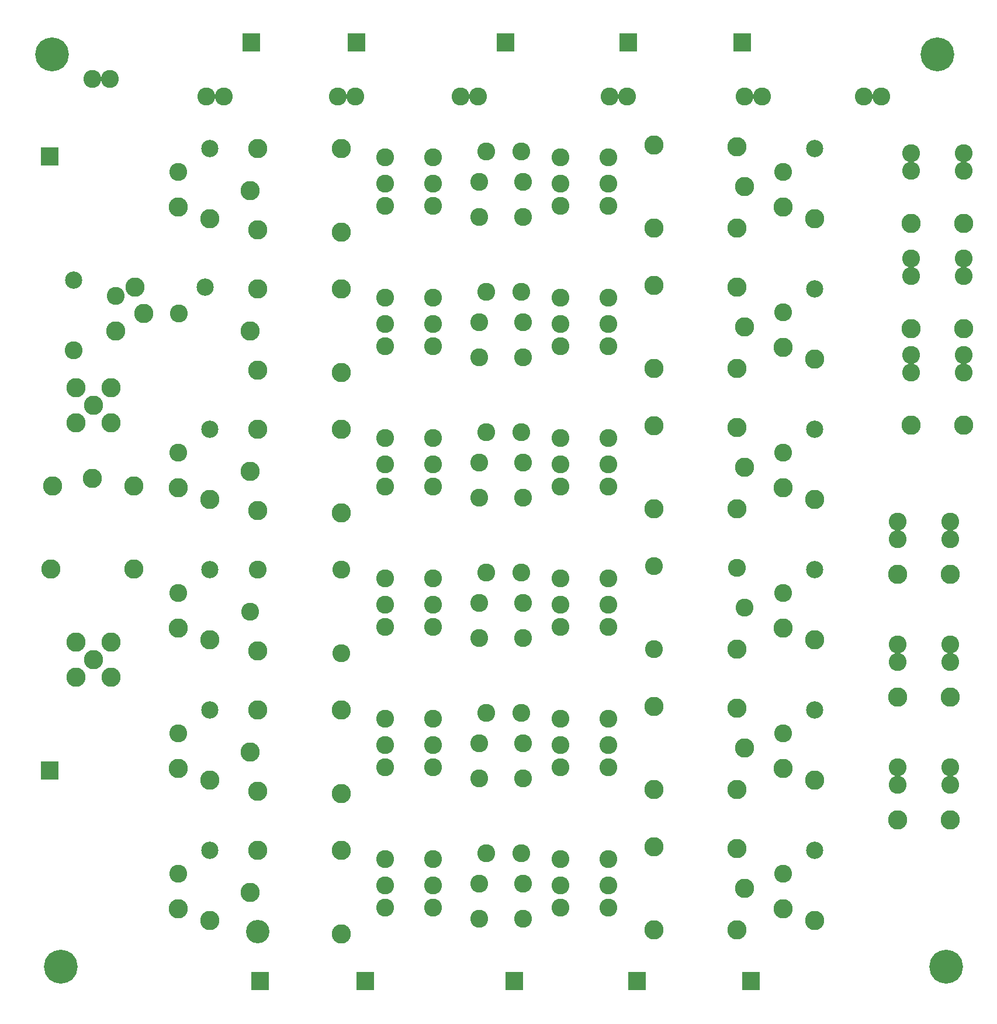
<source format=gbr>
%FSLAX34Y34*%
%MOMM*%
%LNSOLDERMASK_BOTTOM*%
G71*
G01*
%ADD10C,2.600*%
%ADD11C,2.500*%
%ADD12C,2.800*%
%ADD13C,2.600*%
%ADD14C,2.600*%
%ADD15C,4.900*%
%ADD16C,2.800*%
%ADD17C,2.800*%
%ADD18C,3.400*%
%LPD*%
X-785675Y-29175D02*
G54D10*
D03*
X-760175Y-29175D02*
G54D10*
D03*
X-595175Y-29175D02*
G54D10*
D03*
X-569675Y-29175D02*
G54D10*
D03*
X-273050Y-117350D02*
G54D10*
D03*
X-203200Y-117350D02*
G54D10*
D03*
X-273050Y-187200D02*
G54D10*
D03*
X-203200Y-187200D02*
G54D10*
D03*
X-203200Y-155450D02*
G54D10*
D03*
X-273050Y-155450D02*
G54D10*
D03*
X-329159Y-108579D02*
G54D10*
D03*
X-380140Y-108691D02*
G54D10*
D03*
X-527050Y-117350D02*
G54D10*
D03*
X-457200Y-117350D02*
G54D10*
D03*
X-527050Y-187200D02*
G54D10*
D03*
X-457200Y-187200D02*
G54D10*
D03*
X-457200Y-155450D02*
G54D10*
D03*
X-527050Y-155450D02*
G54D10*
D03*
X-390223Y-152677D02*
G54D10*
D03*
X-390110Y-203658D02*
G54D10*
D03*
X-326723Y-152677D02*
G54D10*
D03*
X-326610Y-203658D02*
G54D10*
D03*
X-781050Y-206250D02*
G54D11*
D03*
X-781050Y-104650D02*
G54D11*
D03*
X-417375Y-29175D02*
G54D10*
D03*
X-391875Y-29175D02*
G54D10*
D03*
X-201475Y-29175D02*
G54D10*
D03*
X-175975Y-29175D02*
G54D10*
D03*
X-6283Y-29067D02*
G54D10*
D03*
X19217Y-29067D02*
G54D10*
D03*
X-974750Y-450750D02*
G54D12*
D03*
X-923950Y-450750D02*
G54D12*
D03*
X-949350Y-476150D02*
G54D12*
D03*
X-923950Y-501550D02*
G54D12*
D03*
X-974750Y-501550D02*
G54D12*
D03*
X-974750Y-819050D02*
G54D12*
D03*
X-923950Y-819050D02*
G54D12*
D03*
X-949350Y-844450D02*
G54D12*
D03*
X-923950Y-869850D02*
G54D12*
D03*
X-974750Y-869850D02*
G54D12*
D03*
X-527050Y-187200D02*
G54D13*
D03*
X-457200Y-187200D02*
G54D13*
D03*
X-390111Y-203658D02*
G54D13*
D03*
X-326610Y-203658D02*
G54D13*
D03*
X-273050Y-187200D02*
G54D13*
D03*
X-203200Y-187200D02*
G54D13*
D03*
X-974750Y-450750D02*
G54D13*
D03*
X-923950Y-450750D02*
G54D13*
D03*
X-974750Y-501550D02*
G54D13*
D03*
X-923950Y-501550D02*
G54D13*
D03*
X-974750Y-819050D02*
G54D14*
D03*
X-923950Y-819050D02*
G54D13*
D03*
X-974750Y-869850D02*
G54D13*
D03*
X-923950Y-869850D02*
G54D13*
D03*
X-977900Y-396750D02*
G54D11*
D03*
X-977900Y-295150D02*
G54D11*
D03*
X-917273Y-317777D02*
G54D10*
D03*
X-917160Y-368758D02*
G54D10*
D03*
X-950775Y-3775D02*
G54D10*
D03*
X-925275Y-3775D02*
G54D10*
D03*
X-977900Y-396750D02*
G54D13*
D03*
G36*
X-733750Y62350D02*
X-707750Y62350D01*
X-707750Y36350D01*
X-733750Y36350D01*
X-733750Y62350D01*
G37*
G36*
X-581350Y62350D02*
X-555350Y62350D01*
X-555350Y36350D01*
X-581350Y36350D01*
X-581350Y62350D01*
G37*
G36*
X-365450Y62350D02*
X-339450Y62350D01*
X-339450Y36350D01*
X-365450Y36350D01*
X-365450Y62350D01*
G37*
G36*
X-187650Y62350D02*
X-161650Y62350D01*
X-161650Y36350D01*
X-187650Y36350D01*
X-187650Y62350D01*
G37*
G36*
X-22550Y62350D02*
X3450Y62350D01*
X3450Y36350D01*
X-22550Y36350D01*
X-22550Y62350D01*
G37*
X166825Y-29175D02*
G54D10*
D03*
X192325Y-29175D02*
G54D10*
D03*
X-1009650Y31750D02*
G54D15*
D03*
X273050Y31750D02*
G54D15*
D03*
X285750Y-1289050D02*
G54D15*
D03*
X-996950Y-1289050D02*
G54D15*
D03*
G36*
X-999850Y-102750D02*
X-999850Y-128750D01*
X-1025850Y-128750D01*
X-1025850Y-102750D01*
X-999850Y-102750D01*
G37*
G36*
X-999850Y-991750D02*
X-999850Y-1017750D01*
X-1025850Y-1017750D01*
X-1025850Y-991750D01*
X-999850Y-991750D01*
G37*
X-590550Y-225300D02*
G54D12*
D03*
X-711200Y-222126D02*
G54D12*
D03*
X-590550Y-104650D02*
G54D12*
D03*
X-711200Y-104650D02*
G54D12*
D03*
X-722312Y-164975D02*
G54D12*
D03*
X-826624Y-138205D02*
G54D10*
D03*
X-826512Y-189185D02*
G54D10*
D03*
X-826512Y-189185D02*
G54D12*
D03*
X-137456Y-98912D02*
G54D12*
D03*
X-16806Y-102086D02*
G54D12*
D03*
X-137456Y-219562D02*
G54D12*
D03*
X-16806Y-219562D02*
G54D12*
D03*
X-5694Y-159237D02*
G54D12*
D03*
X95250Y-206250D02*
G54D11*
D03*
X95250Y-104650D02*
G54D11*
D03*
X49676Y-138205D02*
G54D10*
D03*
X49788Y-189185D02*
G54D10*
D03*
X49788Y-189185D02*
G54D12*
D03*
X-273050Y-320550D02*
G54D10*
D03*
X-203200Y-320550D02*
G54D10*
D03*
X-273050Y-390400D02*
G54D10*
D03*
X-203200Y-390400D02*
G54D10*
D03*
X-203200Y-358650D02*
G54D10*
D03*
X-273050Y-358650D02*
G54D10*
D03*
X-329159Y-311779D02*
G54D10*
D03*
X-380140Y-311891D02*
G54D10*
D03*
X-527050Y-320550D02*
G54D10*
D03*
X-457200Y-320550D02*
G54D10*
D03*
X-527050Y-390400D02*
G54D10*
D03*
X-457200Y-390400D02*
G54D10*
D03*
X-457200Y-358650D02*
G54D10*
D03*
X-527050Y-358650D02*
G54D10*
D03*
X-390223Y-355877D02*
G54D10*
D03*
X-390110Y-406858D02*
G54D10*
D03*
X-326723Y-355877D02*
G54D10*
D03*
X-326610Y-406858D02*
G54D10*
D03*
X-527050Y-390400D02*
G54D13*
D03*
X-457200Y-390400D02*
G54D13*
D03*
X-390111Y-406858D02*
G54D13*
D03*
X-326610Y-406858D02*
G54D13*
D03*
X-273050Y-390400D02*
G54D13*
D03*
X-203200Y-390400D02*
G54D13*
D03*
X-590550Y-428500D02*
G54D12*
D03*
X-711200Y-425326D02*
G54D12*
D03*
X-590550Y-307850D02*
G54D12*
D03*
X-711200Y-307850D02*
G54D12*
D03*
X-722312Y-368175D02*
G54D12*
D03*
X-825500Y-342900D02*
G54D10*
D03*
X-876480Y-343012D02*
G54D10*
D03*
X-137456Y-302112D02*
G54D12*
D03*
X-16806Y-305286D02*
G54D12*
D03*
X-137456Y-422762D02*
G54D12*
D03*
X-16806Y-422762D02*
G54D12*
D03*
X-5694Y-362437D02*
G54D12*
D03*
X95250Y-409450D02*
G54D11*
D03*
X95250Y-307850D02*
G54D11*
D03*
X49676Y-341405D02*
G54D10*
D03*
X49788Y-392385D02*
G54D10*
D03*
X49788Y-392385D02*
G54D12*
D03*
X-273050Y-523750D02*
G54D10*
D03*
X-203200Y-523750D02*
G54D10*
D03*
X-273050Y-593600D02*
G54D10*
D03*
X-203200Y-593600D02*
G54D10*
D03*
X-203200Y-561850D02*
G54D10*
D03*
X-273050Y-561850D02*
G54D10*
D03*
X-329159Y-514979D02*
G54D10*
D03*
X-380140Y-515091D02*
G54D10*
D03*
X-527050Y-523750D02*
G54D10*
D03*
X-457200Y-523750D02*
G54D10*
D03*
X-527050Y-593600D02*
G54D10*
D03*
X-457200Y-593600D02*
G54D10*
D03*
X-457200Y-561850D02*
G54D10*
D03*
X-527050Y-561850D02*
G54D10*
D03*
X-390223Y-559077D02*
G54D10*
D03*
X-390110Y-610058D02*
G54D10*
D03*
X-326723Y-559077D02*
G54D10*
D03*
X-326610Y-610058D02*
G54D10*
D03*
X-781050Y-612650D02*
G54D11*
D03*
X-781050Y-511050D02*
G54D11*
D03*
X-527050Y-593600D02*
G54D13*
D03*
X-457200Y-593600D02*
G54D13*
D03*
X-390111Y-610058D02*
G54D13*
D03*
X-326610Y-610058D02*
G54D13*
D03*
X-273050Y-593600D02*
G54D13*
D03*
X-203200Y-593600D02*
G54D13*
D03*
X-590550Y-631700D02*
G54D12*
D03*
X-711200Y-628526D02*
G54D12*
D03*
X-590550Y-511050D02*
G54D12*
D03*
X-711200Y-511050D02*
G54D12*
D03*
X-722312Y-571375D02*
G54D12*
D03*
X-826624Y-544605D02*
G54D10*
D03*
X-826512Y-595585D02*
G54D10*
D03*
X-826512Y-595585D02*
G54D12*
D03*
X-137456Y-505312D02*
G54D12*
D03*
X-16806Y-508486D02*
G54D12*
D03*
X-137456Y-625962D02*
G54D12*
D03*
X-16806Y-625962D02*
G54D12*
D03*
X-5694Y-565637D02*
G54D12*
D03*
X95250Y-612650D02*
G54D11*
D03*
X95250Y-511050D02*
G54D11*
D03*
X49676Y-544605D02*
G54D10*
D03*
X49788Y-595585D02*
G54D10*
D03*
X49788Y-595585D02*
G54D12*
D03*
X-273050Y-726950D02*
G54D10*
D03*
X-203200Y-726950D02*
G54D10*
D03*
X-273050Y-796800D02*
G54D10*
D03*
X-203200Y-796800D02*
G54D10*
D03*
X-203200Y-765050D02*
G54D10*
D03*
X-273050Y-765050D02*
G54D10*
D03*
X-329159Y-718179D02*
G54D10*
D03*
X-380140Y-718291D02*
G54D10*
D03*
X-527050Y-726950D02*
G54D10*
D03*
X-457200Y-726950D02*
G54D10*
D03*
X-527050Y-796800D02*
G54D10*
D03*
X-457200Y-796800D02*
G54D10*
D03*
X-457200Y-765050D02*
G54D10*
D03*
X-527050Y-765050D02*
G54D10*
D03*
X-390223Y-762277D02*
G54D10*
D03*
X-390110Y-813258D02*
G54D10*
D03*
X-326723Y-762277D02*
G54D10*
D03*
X-326610Y-813258D02*
G54D10*
D03*
X-781050Y-815850D02*
G54D11*
D03*
X-781050Y-714250D02*
G54D11*
D03*
X-527050Y-796800D02*
G54D13*
D03*
X-457200Y-796800D02*
G54D13*
D03*
X-390111Y-813258D02*
G54D13*
D03*
X-326610Y-813258D02*
G54D13*
D03*
X-273050Y-796800D02*
G54D13*
D03*
X-203200Y-796800D02*
G54D13*
D03*
X-590550Y-834900D02*
G54D14*
D03*
X-711200Y-831726D02*
G54D14*
D03*
X-590550Y-714250D02*
G54D14*
D03*
X-711200Y-714250D02*
G54D14*
D03*
X-722312Y-774575D02*
G54D14*
D03*
X-826624Y-747804D02*
G54D10*
D03*
X-826512Y-798785D02*
G54D10*
D03*
X-826512Y-798785D02*
G54D12*
D03*
X-137456Y-708512D02*
G54D14*
D03*
X-16806Y-711686D02*
G54D14*
D03*
X-137456Y-829162D02*
G54D14*
D03*
X-16806Y-829162D02*
G54D14*
D03*
X-5694Y-768837D02*
G54D14*
D03*
X95250Y-815850D02*
G54D11*
D03*
X95250Y-714250D02*
G54D11*
D03*
X49676Y-747804D02*
G54D10*
D03*
X49788Y-798785D02*
G54D10*
D03*
X49788Y-798785D02*
G54D12*
D03*
X-273050Y-930150D02*
G54D10*
D03*
X-203200Y-930150D02*
G54D10*
D03*
X-273050Y-1000000D02*
G54D10*
D03*
X-203200Y-1000000D02*
G54D10*
D03*
X-203200Y-968250D02*
G54D10*
D03*
X-273050Y-968250D02*
G54D10*
D03*
X-329159Y-921379D02*
G54D10*
D03*
X-380140Y-921491D02*
G54D10*
D03*
X-527050Y-930150D02*
G54D10*
D03*
X-457200Y-930150D02*
G54D10*
D03*
X-527050Y-1000000D02*
G54D10*
D03*
X-457200Y-1000000D02*
G54D10*
D03*
X-457200Y-968250D02*
G54D10*
D03*
X-527050Y-968250D02*
G54D10*
D03*
X-390223Y-965477D02*
G54D10*
D03*
X-390110Y-1016458D02*
G54D10*
D03*
X-326723Y-965477D02*
G54D10*
D03*
X-326610Y-1016458D02*
G54D10*
D03*
X-781050Y-1019050D02*
G54D11*
D03*
X-781050Y-917450D02*
G54D11*
D03*
X-527050Y-1000000D02*
G54D13*
D03*
X-457200Y-1000000D02*
G54D13*
D03*
X-390111Y-1016458D02*
G54D13*
D03*
X-326610Y-1016458D02*
G54D13*
D03*
X-273050Y-1000000D02*
G54D13*
D03*
X-203200Y-1000000D02*
G54D13*
D03*
X-590550Y-1038100D02*
G54D12*
D03*
X-711200Y-1034926D02*
G54D12*
D03*
X-590550Y-917450D02*
G54D12*
D03*
X-711200Y-917450D02*
G54D12*
D03*
X-722312Y-977775D02*
G54D12*
D03*
X-826624Y-951004D02*
G54D10*
D03*
X-826512Y-1001985D02*
G54D10*
D03*
X-826512Y-1001985D02*
G54D12*
D03*
X-137456Y-911712D02*
G54D12*
D03*
X-16806Y-914886D02*
G54D12*
D03*
X-137456Y-1032362D02*
G54D12*
D03*
X-16806Y-1032362D02*
G54D12*
D03*
X-5694Y-972037D02*
G54D12*
D03*
X95250Y-1019050D02*
G54D11*
D03*
X95250Y-917450D02*
G54D11*
D03*
X49676Y-951004D02*
G54D10*
D03*
X49788Y-1001985D02*
G54D10*
D03*
X49788Y-1001985D02*
G54D12*
D03*
X-273050Y-1133350D02*
G54D10*
D03*
X-203200Y-1133350D02*
G54D10*
D03*
X-273050Y-1203200D02*
G54D10*
D03*
X-203200Y-1203200D02*
G54D10*
D03*
X-203200Y-1171450D02*
G54D10*
D03*
X-273050Y-1171450D02*
G54D10*
D03*
X-329159Y-1124579D02*
G54D10*
D03*
X-380140Y-1124691D02*
G54D10*
D03*
X-527050Y-1133350D02*
G54D10*
D03*
X-457200Y-1133350D02*
G54D10*
D03*
X-527050Y-1203200D02*
G54D10*
D03*
X-457200Y-1203200D02*
G54D10*
D03*
X-457200Y-1171450D02*
G54D10*
D03*
X-527050Y-1171450D02*
G54D10*
D03*
X-390223Y-1168677D02*
G54D10*
D03*
X-390110Y-1219658D02*
G54D10*
D03*
X-326723Y-1168677D02*
G54D10*
D03*
X-326610Y-1219658D02*
G54D10*
D03*
X-781050Y-1222250D02*
G54D11*
D03*
X-781050Y-1120650D02*
G54D11*
D03*
X-527050Y-1203200D02*
G54D13*
D03*
X-457200Y-1203200D02*
G54D13*
D03*
X-390111Y-1219658D02*
G54D13*
D03*
X-326610Y-1219658D02*
G54D13*
D03*
X-273050Y-1203200D02*
G54D13*
D03*
X-203200Y-1203200D02*
G54D13*
D03*
X-590550Y-1241300D02*
G54D12*
D03*
X-711200Y-1238126D02*
G54D12*
D03*
X-590550Y-1120650D02*
G54D12*
D03*
X-711200Y-1120650D02*
G54D12*
D03*
X-722312Y-1180975D02*
G54D12*
D03*
X-826624Y-1154204D02*
G54D10*
D03*
X-826512Y-1205185D02*
G54D10*
D03*
X-826512Y-1205185D02*
G54D12*
D03*
X-137456Y-1114912D02*
G54D12*
D03*
X-16806Y-1118086D02*
G54D12*
D03*
X-137456Y-1235562D02*
G54D12*
D03*
X-16806Y-1235562D02*
G54D12*
D03*
X-5694Y-1175237D02*
G54D12*
D03*
X95250Y-1222250D02*
G54D11*
D03*
X95250Y-1120650D02*
G54D11*
D03*
X49676Y-1154204D02*
G54D10*
D03*
X49788Y-1205185D02*
G54D10*
D03*
X49788Y-1205185D02*
G54D12*
D03*
X-781050Y-612650D02*
G54D12*
D03*
X-781050Y-815850D02*
G54D12*
D03*
X-781050Y-1019050D02*
G54D12*
D03*
X95250Y-1222250D02*
G54D12*
D03*
X95250Y-1019050D02*
G54D12*
D03*
X95250Y-815850D02*
G54D12*
D03*
X95250Y-612650D02*
G54D12*
D03*
X95250Y-409450D02*
G54D12*
D03*
X95250Y-206250D02*
G54D12*
D03*
X-1011397Y-713559D02*
G54D12*
D03*
X-1008223Y-592909D02*
G54D12*
D03*
X-890747Y-713559D02*
G54D12*
D03*
X-890747Y-592909D02*
G54D12*
D03*
X-951072Y-581796D02*
G54D12*
D03*
X-711200Y-222126D02*
G54D16*
D03*
X-16806Y-219562D02*
G54D17*
D03*
X-711200Y-425326D02*
G54D17*
D03*
X-16806Y-422762D02*
G54D12*
D03*
X-711200Y-628526D02*
G54D17*
D03*
X-16806Y-625962D02*
G54D12*
D03*
X-711200Y-831726D02*
G54D12*
D03*
X-16806Y-829162D02*
G54D12*
D03*
X-711200Y-1034926D02*
G54D17*
D03*
X-16806Y-1032362D02*
G54D17*
D03*
X-711200Y-1238126D02*
G54D18*
D03*
X-16806Y-1235562D02*
G54D12*
D03*
X-1008223Y-592909D02*
G54D12*
D03*
G36*
X-721050Y-1296550D02*
X-695050Y-1296550D01*
X-695050Y-1322550D01*
X-721050Y-1322550D01*
X-721050Y-1296550D01*
G37*
G36*
X-568650Y-1296550D02*
X-542650Y-1296550D01*
X-542650Y-1322550D01*
X-568650Y-1322550D01*
X-568650Y-1296550D01*
G37*
G36*
X-352750Y-1296550D02*
X-326750Y-1296550D01*
X-326750Y-1322550D01*
X-352750Y-1322550D01*
X-352750Y-1296550D01*
G37*
G36*
X-174950Y-1296550D02*
X-148950Y-1296550D01*
X-148950Y-1322550D01*
X-174950Y-1322550D01*
X-174950Y-1296550D01*
G37*
G36*
X-9850Y-1296550D02*
X16150Y-1296550D01*
X16150Y-1322550D01*
X-9850Y-1322550D01*
X-9850Y-1296550D01*
G37*
X-781050Y-206250D02*
G54D12*
D03*
X-876480Y-343012D02*
G54D12*
D03*
X-826512Y-189185D02*
G54D12*
D03*
X-781050Y-206250D02*
G54D12*
D03*
X-917160Y-368758D02*
G54D12*
D03*
X-781050Y-1222250D02*
G54D12*
D03*
X95250Y-1222250D02*
G54D12*
D03*
X49788Y-1205185D02*
G54D12*
D03*
X-889000Y-304800D02*
G54D11*
D03*
X-787400Y-304800D02*
G54D11*
D03*
X-889000Y-304800D02*
G54D12*
D03*
X234950Y-288800D02*
G54D10*
D03*
X311150Y-288800D02*
G54D10*
D03*
X234950Y-288800D02*
G54D10*
D03*
X234950Y-365000D02*
G54D10*
D03*
X311150Y-288800D02*
G54D10*
D03*
X311150Y-365000D02*
G54D10*
D03*
X234950Y-365000D02*
G54D12*
D03*
X311150Y-365000D02*
G54D12*
D03*
X234950Y-428500D02*
G54D10*
D03*
X311150Y-428500D02*
G54D10*
D03*
X234950Y-428500D02*
G54D10*
D03*
X234950Y-504700D02*
G54D10*
D03*
X311150Y-428500D02*
G54D10*
D03*
X311150Y-504700D02*
G54D10*
D03*
X234950Y-504700D02*
G54D12*
D03*
X311150Y-504700D02*
G54D12*
D03*
X234950Y-136400D02*
G54D10*
D03*
X311150Y-136400D02*
G54D10*
D03*
X234950Y-136400D02*
G54D10*
D03*
X234950Y-212600D02*
G54D10*
D03*
X311150Y-136400D02*
G54D10*
D03*
X311150Y-212600D02*
G54D10*
D03*
X234950Y-212600D02*
G54D12*
D03*
X311150Y-212600D02*
G54D12*
D03*
X215900Y-644400D02*
G54D10*
D03*
X292100Y-644400D02*
G54D10*
D03*
X215900Y-644400D02*
G54D10*
D03*
X215900Y-720600D02*
G54D10*
D03*
X292100Y-644400D02*
G54D10*
D03*
X292100Y-720600D02*
G54D10*
D03*
X215900Y-720600D02*
G54D12*
D03*
X292100Y-720600D02*
G54D12*
D03*
X215900Y-822200D02*
G54D10*
D03*
X292100Y-822200D02*
G54D10*
D03*
X215900Y-822200D02*
G54D10*
D03*
X215900Y-898400D02*
G54D10*
D03*
X292100Y-822200D02*
G54D10*
D03*
X292100Y-898400D02*
G54D10*
D03*
X215900Y-898400D02*
G54D12*
D03*
X292100Y-898400D02*
G54D12*
D03*
X215900Y-1000000D02*
G54D10*
D03*
X292100Y-1000000D02*
G54D10*
D03*
X215900Y-1000000D02*
G54D10*
D03*
X215900Y-1076200D02*
G54D10*
D03*
X292100Y-1000000D02*
G54D10*
D03*
X292100Y-1076200D02*
G54D10*
D03*
X215900Y-1076200D02*
G54D12*
D03*
X292100Y-1076200D02*
G54D12*
D03*
X234950Y-111000D02*
G54D10*
D03*
X311150Y-111000D02*
G54D10*
D03*
X234950Y-263400D02*
G54D10*
D03*
X311150Y-263400D02*
G54D10*
D03*
X234950Y-403100D02*
G54D10*
D03*
X311150Y-403100D02*
G54D10*
D03*
X215900Y-669800D02*
G54D10*
D03*
X292100Y-669800D02*
G54D10*
D03*
X215900Y-847600D02*
G54D10*
D03*
X292100Y-847600D02*
G54D10*
D03*
X215900Y-1025400D02*
G54D10*
D03*
X292100Y-1025400D02*
G54D10*
D03*
M02*

</source>
